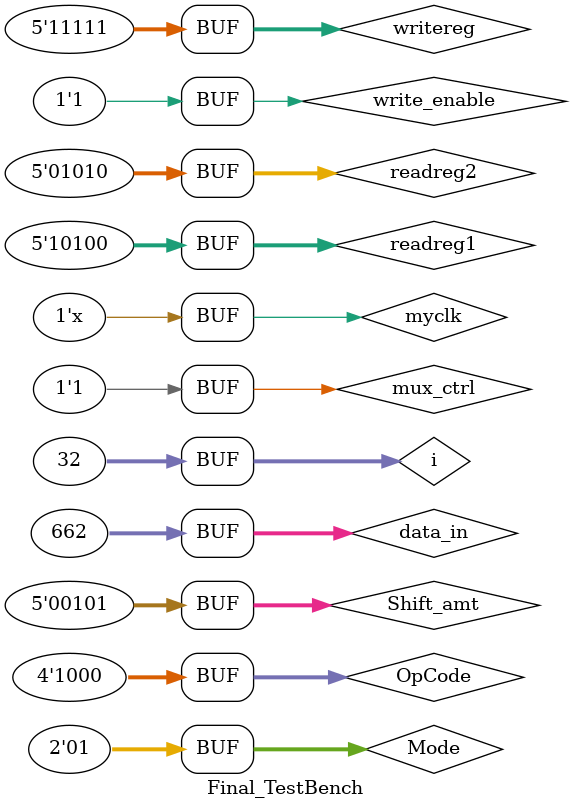
<source format=v>
module Final_TestBench();

reg mux_ctrl, write_enable;
reg [4:0] readreg1, readreg2, writereg;
reg [3:0] OpCode;
reg [4:0] Shift_amt;
reg [31:0] data_in;//data input to write in the register file 
wire [31:0] Result;
wire [1:0] Overflow;
reg [1:0] Mode;
wire [31:0] mux_data_out; // "mux_data_out" is the output of the mux connected to the register file and is the data going to be written in it
wire [31:0] readdata1,readdata2; //connecting the data read from the register to the ALU input 
integer i; //counter of for loop for filling reg file
reg myclk;


Alu_plus_regfile Test(myclk, readreg1, readreg2, writereg, data_in, mux_ctrl, write_enable,
			 Mode, OpCode, Result, Overflow, Shift_amt,
			 readdata1,readdata2 );

initial
begin
 myclk=0;

for (i=0;i<10;i=i+1)
begin
#10
mux_ctrl<=0;
write_enable<=1;
writereg<=i;
data_in<=i*100+i;
end

for (i=10;i<17;i=i+1)
begin
#10
mux_ctrl<=0;
write_enable<=1;
writereg<=i;
data_in<=-i*10;
end

for (i=17; i<19; i=i+1)
begin
#10
mux_ctrl<=0;
write_enable<=1;
writereg<=i;
data_in<=32'd2147483647;
end

for (i=19; i<21; i=i+1)
begin
#10
mux_ctrl<=0;
write_enable<=1;
writereg<=i;
data_in<=-65000;
end

for (i=21;i<23;i=i+1)
begin
#10
mux_ctrl<=0;
write_enable<=1;
writereg<=i;
data_in<=32'hFFFFFFF0;
end

for (i=23;i<32;i=i+1)
begin
#10
mux_ctrl<=0;
write_enable<=1;
writereg<=i;
data_in<=i+i+600;
end


mux_ctrl<=1;
writereg<=31;

#10
OpCode<=0;
Mode<=1;
readreg1<=17;
readreg2<=18;
$monitor(" Operation:ADD -Mode=%d- OpCode=%d  - A=%b +  B=%b  =  Result=%d - Overflow=%d\n",Mode,OpCode,readdata1, readdata2,Result, Overflow);

#10
OpCode<=0;
Mode<=1;
readreg1<=5;
readreg2<=20;

$monitor(" Operation:ADD -Mode=%d- OpCode=%d  - A=%d  +  B=%d  =  Result=%d - Overflow=%d\n",Mode,OpCode,$signed(readdata1), $signed(readdata2),$signed(Result), Overflow);
#10
OpCode<=1;
Mode<=0;
readreg1<=5;
readreg2<=3;
$monitor("Operation:Subtract  -Mode=%d - OpCode=%d  - A=%d  -  B=%d  =  Result=%d - Overflow=%d\n",Mode, OpCode,readdata1, readdata2,Result, Overflow);

#10
OpCode<=1;
Mode<=1;
readreg1<=5;
readreg2<=20;

$monitor("Operation:Subtract -Mode=%d - OpCode=%d  - A=%d - B=%d - Result=%d - Overflow=%d\n",Mode,OpCode,$signed(readdata1), $signed(readdata2),$signed(Result), Overflow);

#10
OpCode<=2;
Mode<=0;
readreg1<=5;
readreg2<=6;

$monitor("Operation:AND  OpCode=%d   \nA     =%b \nB     =%b \nResult=%b \n", 
			OpCode,readdata1, readdata2,Result);
#10
OpCode<=3;
Mode<=0;
readreg1<=8;
readreg2<=6;
$monitor("Operation:OR  OpCode=%d   \nA     =%b \nB     =%b \nResult=%b \n", 
			OpCode,readdata1, readdata2,Result);

#10
OpCode<=4;
readreg1<=9;
Shift_amt<=15;
$monitor("Operation:SLL  OpCode=%d   \nA     =%b --Shift_amt=%d \nResult=%b \n ", 
			OpCode,readdata1,Shift_amt,Result);
#10
OpCode<=5;
readreg1<=8;
Shift_amt<=5;
$monitor("Operation:SRL  OpCode=%d   \nA     =%b --Shift_amt=%d \nResult=%b \n", 
			OpCode,readdata1,Shift_amt,Result);
#10
OpCode<=6;
Mode<=1;
readreg1<=20;
Shift_amt<=5;
$monitor("Operation:SRA  OpCode=%d   \nA     =%b --Shift_amt=%d \nResult=%b \n", 
			OpCode,readdata1,Shift_amt,Result);
#10
OpCode<=7;
Mode<=1;
readreg1<=6;
readreg2<=7;
$monitor("Operation:Greater than - OpCode=%d  - A=%d - B=%d - Result=%d \n", 
			OpCode,readdata1, readdata2,Result);
#10
OpCode<=7;
Mode<=1;
readreg1<=20;
readreg2<=1;
$monitor("Operation:Greaterthan - OpCode=%d  - Is A=%d  >  B=%d  ?  Result=%d \n ", 
			OpCode,$signed(readdata1), readdata2,Result);
#10
OpCode<=8;
Mode<=0;
readreg1<=6;
readreg2<=7;
$monitor("Operation:LessThan - OpCode=%d  Is  A=%d  <  B=%d  ?  Result=%d \n ", 
			OpCode,readdata1, readdata2,Result);
#10
OpCode<=8;
Mode<=1;
readreg1<=20;
readreg2<=1;
$monitor("Operation:LessThan - OpCode=%d  - Is A=%d  <  B=%d  ?  Result=%d \n", 
			OpCode,$signed(readdata1), readdata2,Result);

#10
OpCode<=8;
Mode<=1;
readreg1<=20;
readreg2<=10;
$monitor("Operation:LessThan - OpCode=%d  - Is A=%d  <  B=%d  ?  Result=%d \n", 
			OpCode,$signed(readdata1), $signed(readdata2),Result);





end

always
 begin
#5 myclk=~myclk;

end

endmodule 
</source>
